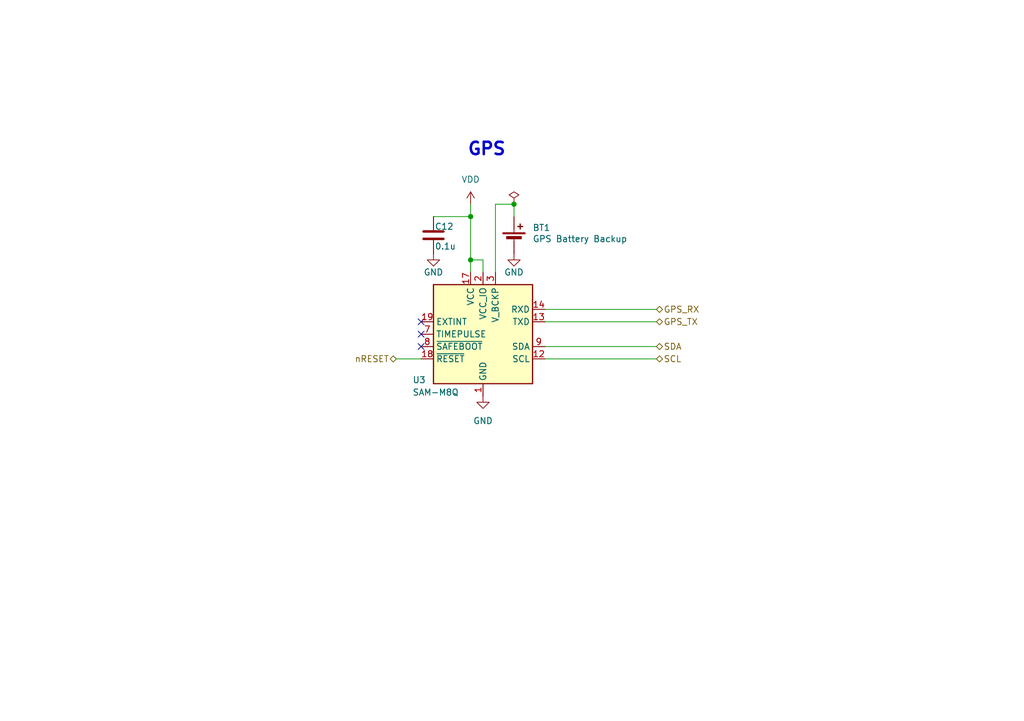
<source format=kicad_sch>
(kicad_sch (version 20250114) (generator "eeschema") (generator_version "9.0")
  (paper "A5")
  (title_block (title "GPS") (date "2026-02-17") (company "VIP Lightning From the Edge of Space"))
  (lib_symbols
    (symbol "Device:Battery_Cell" (pin_numbers (hide yes)) (pin_names (offset 0) (hide yes))
      (property "Reference" "BT" (at 2.54 2.54 0))
      (property "Value" "Battery_Cell" (at 2.54 0 0))
      (symbol "Battery_Cell_0_1"
        (rectangle (start -2.286 1.778) (end 2.286 1.524) (fill (type outline)))
        (rectangle (start -1.524 1.016) (end 1.524 0.508) (fill (type outline)))
        (polyline (pts (xy 0 1.778) (xy 0 2.54)))
        (polyline (pts (xy 0 0.762) (xy 0 0)))
        (polyline (pts (xy 0.762 3.048) (xy 1.778 3.048)) (stroke (width 0.254)))
        (polyline (pts (xy 1.27 3.556) (xy 1.27 2.54)) (stroke (width 0.254)))
      )
      (symbol "Battery_Cell_1_1"
        (pin passive line (at 0 5.08 270) (length 2.54) (name "+") (number "1"))
        (pin passive line (at 0 -2.54 90) (length 2.54) (name "-") (number "2"))
      )
    )
    (symbol "Device:C" (pin_numbers (hide yes)) (pin_names (offset 0.254))
      (property "Reference" "C" (at 0.635 2.54 0))
      (property "Value" "C" (at 0.635 -2.54 0))
      (symbol "C_0_1"
        (polyline (pts (xy -2.032 0.762) (xy 2.032 0.762)) (stroke (width 0.508)))
        (polyline (pts (xy -2.032 -0.762) (xy 2.032 -0.762)) (stroke (width 0.508)))
      )
      (symbol "C_1_1"
        (pin passive line (at 0 3.81 270) (length 2.794) (name "~") (number "1"))
        (pin passive line (at 0 -3.81 90) (length 2.794) (name "~") (number "2"))
      )
    )
    (symbol "RF_GPS:SAM-M8Q"
      (property "Reference" "U" (at -8.89 11.43 0))
      (property "Value" "SAM-M8Q" (at 8.89 11.43 0))
      (symbol "SAM-M8Q_0_1"
        (rectangle (start -10.16 10.16) (end 10.16 -10.16) (stroke (width 0.254)) (fill (type background)))
      )
      (symbol "SAM-M8Q_1_1"
        (pin input line (at -12.7 2.54 0) (length 2.54) (name "EXTINT") (number "19"))
        (pin output line (at -12.7 0 0) (length 2.54) (name "TIMEPULSE") (number "7"))
        (pin input line (at -12.7 -2.54 0) (length 2.54) (name "~{SAFEBOOT}") (number "8"))
        (pin input line (at -12.7 -5.08 0) (length 2.54) (name "~{RESET}") (number "18"))
        (pin power_in line (at -2.54 12.7 270) (length 2.54) (name "VCC") (number "17"))
        (pin power_in line (at 0 12.7 270) (length 2.54) (name "VCC_IO") (number "2"))
        (pin power_in line (at 0 -12.7 90) (length 2.54) (name "GND") (number "1"))
        (pin passive line (at 0 -12.7 90) (length 2.54) (hide yes) (name "GND") (number "10"))
        (pin passive line (at 0 -12.7 90) (length 2.54) (hide yes) (name "GND") (number "11"))
        (pin passive line (at 0 -12.7 90) (length 2.54) (hide yes) (name "GND") (number "15"))
        (pin passive line (at 0 -12.7 90) (length 2.54) (hide yes) (name "GND") (number "16"))
        (pin passive line (at 0 -12.7 90) (length 2.54) (hide yes) (name "GND") (number "20"))
        (pin passive line (at 0 -12.7 90) (length 2.54) (hide yes) (name "GND") (number "4"))
        (pin passive line (at 0 -12.7 90) (length 2.54) (hide yes) (name "GND") (number "5"))
        (pin passive line (at 0 -12.7 90) (length 2.54) (hide yes) (name "GND") (number "6"))
        (pin power_in line (at 2.54 12.7 270) (length 2.54) (name "V_BCKP") (number "3"))
        (pin input line (at 12.7 5.08 180) (length 2.54) (name "RXD") (number "14"))
        (pin output line (at 12.7 2.54 180) (length 2.54) (name "TXD") (number "13"))
        (pin bidirectional line (at 12.7 -2.54 180) (length 2.54) (name "SDA") (number "9"))
        (pin input line (at 12.7 -5.08 180) (length 2.54) (name "SCL") (number "12"))
      )
    )
    (symbol "power:GND" (power) (pin_numbers (hide yes)) (pin_names (offset 0) (hide yes))
      (property "Value" "GND" (at 0 -3.81 0))
      (symbol "GND_0_1"
        (polyline (pts (xy 0 0) (xy 0 -1.27) (xy 1.27 -1.27) (xy 0 -2.54) (xy -1.27 -1.27) (xy 0 -1.27)))
      )
      (symbol "GND_1_1"
        (pin power_in line (at 0 0 270) (length 0) (name "~") (number "1"))
      )
    )
    (symbol "power:PWR_FLAG" (power) (pin_numbers (hide yes)) (pin_names (offset 0) (hide yes))
      (property "Value" "PWR_FLAG" (at 0 3.81 0))
      (symbol "PWR_FLAG_0_0"
        (pin power_out line (at 0 0 90) (length 0) (name "~") (number "1"))
      )
      (symbol "PWR_FLAG_0_1"
        (polyline (pts (xy 0 0) (xy 0 1.27) (xy -1.016 1.905) (xy 0 2.54) (xy 1.016 1.905) (xy 0 1.27)))
      )
    )
    (symbol "power:VDD" (power) (pin_numbers (hide yes)) (pin_names (offset 0) (hide yes))
      (property "Value" "VDD" (at 0 3.556 0))
      (symbol "VDD_0_1"
        (polyline (pts (xy -0.762 1.27) (xy 0 2.54)))
        (polyline (pts (xy 0 2.54) (xy 0.762 1.27)))
        (polyline (pts (xy 0 0) (xy 0 2.54)))
      )
      (symbol "VDD_1_1"
        (pin power_in line (at 0 0 90) (length 0) (name "~") (number "1"))
      )
    )
  )
  (text "GPS" (at 99.822 30.734 0) (effects (font (size 2.54 2.54) (thickness 0.508) (bold yes))))
  (junction (at 105.41 41.91))
  (junction (at 96.52 44.45))
  (junction (at 96.52 53.34))
  (no_connect (at 86.36 71.12))
  (no_connect (at 86.36 66.04))
  (no_connect (at 86.36 68.58))
  (wire (pts (xy 101.6 55.88) (xy 101.6 41.91)))
  (wire (pts (xy 105.41 44.45) (xy 105.41 41.91)))
  (wire (pts (xy 111.76 63.5) (xy 134.62 63.5)))
  (wire (pts (xy 111.76 73.66) (xy 134.62 73.66)))
  (wire (pts (xy 88.9 44.45) (xy 96.52 44.45)))
  (wire (pts (xy 96.52 53.34) (xy 96.52 55.88)))
  (wire (pts (xy 111.76 71.12) (xy 134.62 71.12)))
  (wire (pts (xy 96.52 44.45) (xy 96.52 41.91)))
  (wire (pts (xy 111.76 66.04) (xy 134.62 66.04)))
  (wire (pts (xy 101.6 41.91) (xy 105.41 41.91)))
  (wire (pts (xy 99.06 53.34) (xy 96.52 53.34)))
  (wire (pts (xy 99.06 53.34) (xy 99.06 55.88)))
  (wire (pts (xy 81.28 73.66) (xy 86.36 73.66)))
  (wire (pts (xy 96.52 44.45) (xy 96.52 53.34)))
  (hierarchical_label "GPS_TX" (shape bidirectional) (at 134.62 66.04 0))
  (hierarchical_label "SDA" (shape bidirectional) (at 134.62 71.12 0))
  (hierarchical_label "nRESET" (shape bidirectional) (at 81.28 73.66 180))
  (hierarchical_label "GPS_RX" (shape bidirectional) (at 134.62 63.5 0))
  (hierarchical_label "SCL" (shape bidirectional) (at 134.62 73.66 0))
  (symbol (lib_id "power:GND") (at 88.9 52.07 0) (unit 1)
    (property "Reference" "#PWR024" (effects (hide yes)))
    (property "Value" "GND" (at 88.9 55.88 0))
    (property "Description" "Power symbol creates a global label with name \"GND\" , ground" (effects (hide yes)))
  )
  (symbol (lib_id "power:VDD") (at 96.52 41.91 0) (unit 1)
    (property "Reference" "#PWR023" (effects (hide yes)))
    (property "Value" "VDD" (at 96.52 36.83 0))
    (property "Description" "Power symbol creates a global label with name \"VDD\"" (effects (hide yes)))
  )
  (symbol (lib_id "RF_GPS:SAM-M8Q") (at 99.06 68.58 0) (unit 1)
    (property "Reference" "U3" (at 84.582 77.978 0) (effects (justify left)))
    (property "Value" "SAM-M8Q" (at 84.582 80.518 0) (effects (justify left)))
    (property "Footprint" "LEOS:ublox_SAM-M8Q" (effects (hide yes)))
    (property "Datasheet" "https://www.u-blox.com/sites/default/files/SAM-M8Q_DataSheet_%28UBX-16012619%29.pdf" (effects (hide yes)))
    (property "Description" "GPS ublox M8 variant" (effects (hide yes)))
    (property "MPN" "SAM-M8Q-0" (effects (hide yes)))
    (property "Manufacturer" "u-blox" (effects (hide yes)))
    (property "Digikey" "672-1054-1-ND" (effects (hide yes)))
  )
  (symbol (lib_id "power:GND") (at 105.41 52.07 0) (unit 1)
    (property "Reference" "#PWR025" (effects (hide yes)))
    (property "Value" "GND" (at 105.41 55.88 0))
    (property "Description" "Power symbol creates a global label with name \"GND\" , ground" (effects (hide yes)))
  )
  (symbol (lib_id "Device:Battery_Cell") (at 105.41 49.53 0) (unit 1)
    (property "Reference" "BT1" (at 109.22 46.736 0) (effects (justify left)))
    (property "Value" "GPS Battery Backup" (at 109.22 49.022 0) (effects (justify left)))
    (property "Footprint" "LEOS:BAT_BU2032SM-JJ-GTR" (effects (hide yes)))
    (property "Description" "CR2032 Backup Battery Holder" (effects (hide yes)))
    (property "MPN" "  BU2032SM-JJ-GTR" (effects (hide yes)))
    (property "Manufacturer" "Memory Protection Devices" (effects (hide yes)))
    (property "Sim.Device" "V" (effects (hide yes)))
    (property "Sim.Type" "DC" (effects (hide yes)))
    (property "Sim.Pins" "1=+ 2=-" (effects (hide yes)))
    (property "Digikey" "BU2032SM-JJ-GCT-ND" (effects (hide yes)))
  )
  (symbol (lib_id "power:GND") (at 99.06 81.28 0) (unit 1)
    (property "Reference" "#PWR022" (effects (hide yes)))
    (property "Value" "GND" (at 99.06 86.36 0))
    (property "Description" "Power symbol creates a global label with name \"GND\" , ground" (effects (hide yes)))
  )
  (symbol (lib_id "Device:C") (at 88.9 48.26 0) (unit 1)
    (property "Reference" "C12" (at 89.154 46.482 0) (effects (justify left)))
    (property "Value" "0.1u" (at 89.154 50.546 0) (effects (justify left)))
    (property "Footprint" "Capacitor_SMD:C_0603_1608Metric" (effects (hide yes)))
    (property "Description" "0.1U 50V X7R 0603" (effects (hide yes)))
    (property "MPN" "CL10B104KB8NNNL" (effects (hide yes)))
    (property "Manufacturer" "Samsung Electro-Mechanics" (effects (hide yes)))
    (property "LCSC" "C913912" (effects (hide yes)))
    (property "Digikey" "1276-CL10B104KB8NNNLCT-ND" (effects (hide yes)))
  )
  (symbol (lib_id "power:PWR_FLAG") (at 105.41 41.91 0) (unit 1)
    (property "Reference" "#FLG04" (effects (hide yes)))
    (property "Value" "PWR_FLAG" (effects (hide yes)))
    (property "Description" "Special symbol for telling ERC where power comes from" (effects (hide yes)))
  )
)
</source>
